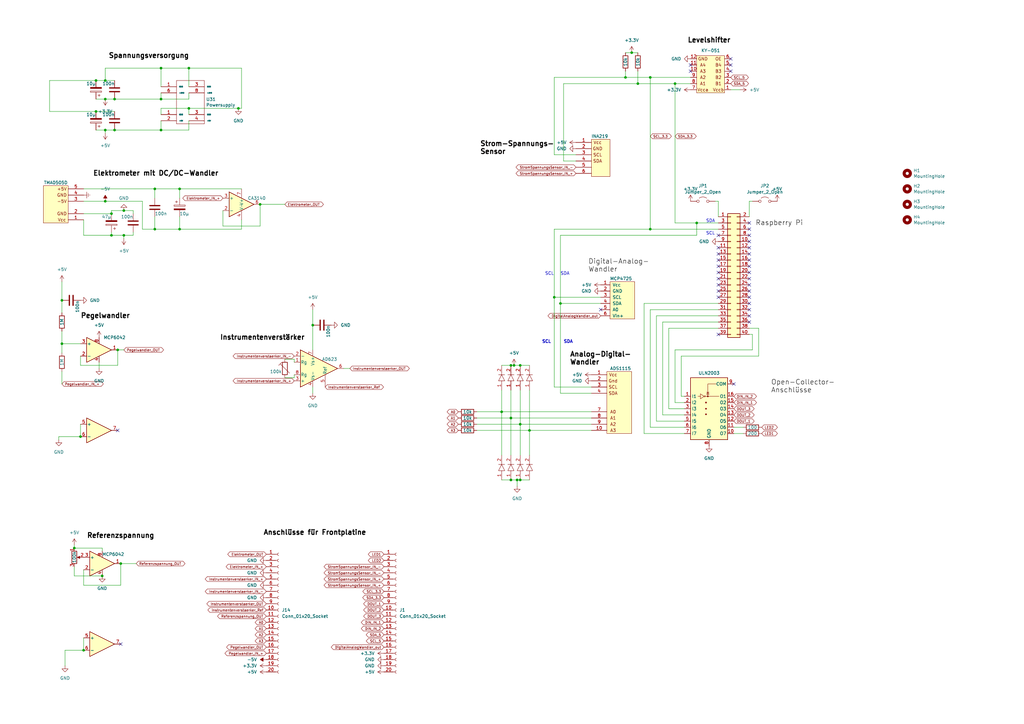
<source format=kicad_sch>
(kicad_sch (version 20250114) (generator "eeschema") (generator_version "9.0")
  (paper "A3")
  (title_block (title "Messplatine PhyPiDAQ") (date "2023-10-23, last rev. 05/15/25") (rev "0.7") (company "KIT- Karlsruher Institut für Technologie") (comment 1 "Institut für Experimentelle Teilchenphysik") (comment 2 "Steffen Gehlert,  G. Quast"))
  (text "Raspberry Pi" (at 309.88 92.71 0) (effects (font (size 2.0066 2.0066)) (justify left bottom)))
  (text "Anschlüsse für Frontplatine" (at 107.95 219.71 0) (effects (font (size 2.0066 2.0066) (thickness 0.4013) (bold yes)) (justify left bottom)))
  (text "Instrumentenverstärker" (at 90.17 139.7 0) (effects (font (size 2.0066 2.0066) (thickness 0.4013) (bold yes)) (justify left bottom)))
  (text "SDA\n" (at 229.87 113.03 0) (effects (font (size 1.27 1.27)) (justify left bottom)))
  (text "SDA\n" (at 289.56 91.44 0) (effects (font (size 1.27 1.27)) (justify left bottom)))
  (text "SCL" (at 289.56 96.52 0) (effects (font (size 1.27 1.27)) (justify left bottom)))
  (text "Strom-Spannungs-\nSensor" (at 196.85 63.5 0) (effects (font (size 2.0066 2.0066) (thickness 0.4013) (bold yes)) (justify left bottom)))
  (text "Referenzspannung" (at 35.56 220.98 0) (effects (font (size 2.0066 2.0066) (thickness 0.4013) (bold yes)) (justify left bottom)))
  (text "Levelshifter" (at 281.94 17.78 0) (effects (font (size 2.0066 2.0066) (thickness 0.4013) (bold yes)) (justify left bottom)))
  (text "Analog-Digital-\nWandler" (at 233.68 149.86 0) (effects (font (size 2.0066 2.0066) (thickness 0.4013) (bold yes)) (justify left bottom)))
  (text "Pegelwandler" (at 33.02 130.81 0) (effects (font (size 2.0066 2.0066) (thickness 0.4013) (bold yes)) (justify left bottom)))
  (text "SCL" (at 223.52 113.03 0) (effects (font (size 1.27 1.27)) (justify left bottom)))
  (text "SDA\n" (at 231.14 140.97 0) (effects (font (size 1.27 1.27) (thickness 0.254) (bold yes)) (justify left bottom)))
  (text "Elektrometer mit DC/DC-Wandler\n" (at 38.1 72.39 0) (effects (font (size 2.0066 2.0066) (thickness 0.4013) (bold yes)) (justify left bottom)))
  (text "Open-Collector-\nAnschlüsse" (at 316.23 161.29 0) (effects (font (size 2.0066 2.0066)) (justify left bottom)))
  (text "Digital-Analog-\nWandler" (at 241.3 111.76 0) (effects (font (size 2.0066 2.0066)) (justify left bottom)))
  (text "SCL" (at 222.25 140.97 0) (effects (font (size 1.27 1.27) (thickness 0.254) (bold yes)) (justify left bottom)))
  (text "Spannungsversorgung" (at 44.45 24.13 0) (effects (font (size 2.0066 2.0066) (thickness 0.4013) (bold yes)) (justify left bottom)))
  (junction (at 266.7 93.98))
  (junction (at 30.48 224.79))
  (junction (at 205.74 168.91))
  (junction (at 43.18 82.55))
  (junction (at 259.08 21.59))
  (junction (at 229.87 124.46))
  (junction (at 209.55 196.85))
  (junction (at 50.8 86.36))
  (junction (at 227.33 121.92))
  (junction (at 285.75 91.44))
  (junction (at 128.27 133.35))
  (junction (at 217.17 176.53))
  (junction (at 43.18 40.64))
  (junction (at 212.09 196.85))
  (junction (at 43.18 33.02))
  (junction (at 46.99 53.34))
  (junction (at 213.36 149.86))
  (junction (at 43.18 53.34))
  (junction (at 213.36 196.85))
  (junction (at 256.54 31.75))
  (junction (at 63.5 77.47))
  (junction (at 77.47 27.94))
  (junction (at 73.66 77.47))
  (junction (at 45.72 96.52))
  (junction (at 48.26 143.51))
  (junction (at 213.36 173.99))
  (junction (at 63.5 93.98))
  (junction (at 25.4 140.97))
  (junction (at 77.47 44.45))
  (junction (at 97.79 44.45))
  (junction (at 261.62 34.29))
  (junction (at 66.04 27.94))
  (junction (at 66.04 53.34))
  (junction (at 276.86 34.29))
  (junction (at 45.72 87.63))
  (junction (at 41.91 236.22))
  (junction (at 50.8 96.52))
  (junction (at 39.37 33.02))
  (junction (at 73.66 93.98))
  (junction (at 39.37 45.72))
  (junction (at 25.4 123.19))
  (junction (at 209.55 149.86))
  (junction (at 266.7 31.75))
  (junction (at 209.55 171.45))
  (junction (at 34.29 266.7))
  (junction (at 49.53 231.14))
  (junction (at 46.99 40.64))
  (junction (at 210.82 149.86))
  (junction (at 106.68 83.82))
  (junction (at 66.04 40.64))
  (junction (at 33.02 179.07))
  (no_connect (at 307.34 116.84))
  (no_connect (at 307.34 104.14))
  (no_connect (at 300.99 157.48))
  (no_connect (at 299.72 26.67))
  (no_connect (at 307.34 114.3))
  (no_connect (at 294.64 137.16))
  (no_connect (at 299.72 24.13))
  (no_connect (at 307.34 93.98))
  (no_connect (at 294.64 109.22))
  (no_connect (at 294.64 96.52))
  (no_connect (at 307.34 91.44))
  (no_connect (at 307.34 106.68))
  (no_connect (at 294.64 114.3))
  (no_connect (at 307.34 109.22))
  (no_connect (at 294.64 111.76))
  (no_connect (at 294.64 106.68))
  (no_connect (at 283.21 29.21))
  (no_connect (at 307.34 119.38))
  (no_connect (at 294.64 119.38))
  (no_connect (at 294.64 104.14))
  (no_connect (at 307.34 111.76))
  (no_connect (at 299.72 29.21))
  (no_connect (at 48.26 176.53))
  (no_connect (at 307.34 96.52))
  (no_connect (at 294.64 101.6))
  (no_connect (at 283.21 26.67))
  (no_connect (at 294.64 121.92))
  (no_connect (at 307.34 121.92))
  (no_connect (at 307.34 132.08))
  (no_connect (at 307.34 129.54))
  (no_connect (at 49.53 264.16))
  (no_connect (at 307.34 101.6))
  (no_connect (at 246.38 127))
  (no_connect (at 307.34 127))
  (no_connect (at 307.34 124.46))
  (no_connect (at 294.64 116.84))
  (no_connect (at 307.34 99.06))
  (wire (pts (xy 140.97 151.13) (xy 143.51 151.13)))
  (wire (pts (xy 276.86 165.1) (xy 280.67 165.1)))
  (wire (pts (xy 274.32 134.62) (xy 294.64 134.62)))
  (wire (pts (xy 308.61 137.16) (xy 308.61 143.51)))
  (wire (pts (xy 39.37 33.02) (xy 43.18 33.02)))
  (wire (pts (xy 213.36 173.99) (xy 213.36 160.02)))
  (wire (pts (xy 209.55 196.85) (xy 212.09 196.85)))
  (wire (pts (xy 40.64 151.13) (xy 40.64 148.59)))
  (wire (pts (xy 256.54 21.59) (xy 259.08 21.59)))
  (wire (pts (xy 229.87 161.29) (xy 242.57 161.29)))
  (wire (pts (xy 34.29 240.03) (xy 49.53 240.03)))
  (wire (pts (xy 229.87 124.46) (xy 246.38 124.46)))
  (wire (pts (xy 24.13 179.07) (xy 24.13 180.34)))
  (wire (pts (xy 33.02 140.97) (xy 25.4 140.97)))
  (wire (pts (xy 229.87 124.46) (xy 229.87 161.29)))
  (wire (pts (xy 45.72 87.63) (xy 45.72 86.36)))
  (wire (pts (xy 77.47 27.94) (xy 77.47 35.56)))
  (wire (pts (xy 120.65 147.32) (xy 120.65 148.59)))
  (wire (pts (xy 231.14 66.04) (xy 236.22 66.04)))
  (wire (pts (xy 25.4 144.78) (xy 25.4 140.97)))
  (wire (pts (xy 34.29 87.63) (xy 45.72 87.63)))
  (wire (pts (xy 120.65 154.94) (xy 120.65 153.67)))
  (wire (pts (xy 195.58 176.53) (xy 217.17 176.53)))
  (wire (pts (xy 50.8 96.52) (xy 54.61 96.52)))
  (wire (pts (xy 231.14 34.29) (xy 231.14 66.04)))
  (wire (pts (xy 256.54 31.75) (xy 266.7 31.75)))
  (wire (pts (xy 34.29 233.68) (xy 34.29 240.03)))
  (wire (pts (xy 276.86 34.29) (xy 276.86 91.44)))
  (wire (pts (xy 48.26 149.86) (xy 48.26 143.51)))
  (wire (pts (xy 213.36 173.99) (xy 242.57 173.99)))
  (wire (pts (xy 271.78 170.18) (xy 271.78 132.08)))
  (wire (pts (xy 274.32 167.64) (xy 280.67 167.64)))
  (wire (pts (xy 300.99 177.8) (xy 304.8 177.8)))
  (wire (pts (xy 266.7 93.98) (xy 294.64 93.98)))
  (wire (pts (xy 63.5 88.9) (xy 63.5 93.98)))
  (wire (pts (xy 73.66 77.47) (xy 99.06 77.47)))
  (wire (pts (xy 294.64 132.08) (xy 271.78 132.08)))
  (wire (pts (xy 269.24 129.54) (xy 269.24 172.72)))
  (wire (pts (xy 77.47 38.1) (xy 77.47 40.64)))
  (wire (pts (xy 66.04 46.99) (xy 66.04 44.45)))
  (wire (pts (xy 45.72 95.25) (xy 45.72 96.52)))
  (wire (pts (xy 195.58 168.91) (xy 205.74 168.91)))
  (wire (pts (xy 285.75 96.52) (xy 285.75 91.44)))
  (wire (pts (xy 34.29 82.55) (xy 43.18 82.55)))
  (wire (pts (xy 54.61 87.63) (xy 54.61 86.36)))
  (wire (pts (xy 280.67 172.72) (xy 269.24 172.72)))
  (wire (pts (xy 77.47 49.53) (xy 77.47 53.34)))
  (wire (pts (xy 128.27 133.35) (xy 128.27 143.51)))
  (wire (pts (xy 39.37 40.64) (xy 43.18 40.64)))
  (wire (pts (xy 73.66 77.47) (xy 73.66 81.28)))
  (wire (pts (xy 261.62 34.29) (xy 276.86 34.29)))
  (wire (pts (xy 116.84 154.94) (xy 120.65 154.94)))
  (wire (pts (xy 205.74 168.91) (xy 205.74 160.02)))
  (wire (pts (xy 50.8 86.36) (xy 54.61 86.36)))
  (wire (pts (xy 209.55 171.45) (xy 209.55 186.69)))
  (wire (pts (xy 25.4 140.97) (xy 25.4 135.89)))
  (wire (pts (xy 39.37 45.72) (xy 46.99 45.72)))
  (wire (pts (xy 50.8 96.52) (xy 45.72 96.52)))
  (wire (pts (xy 77.47 44.45) (xy 97.79 44.45)))
  (wire (pts (xy 43.18 53.34) (xy 43.18 54.61)))
  (wire (pts (xy 66.04 38.1) (xy 66.04 40.64)))
  (wire (pts (xy 128.27 127) (xy 128.27 133.35)))
  (wire (pts (xy 24.13 179.07) (xy 33.02 179.07)))
  (wire (pts (xy 213.36 149.86) (xy 217.17 149.86)))
  (wire (pts (xy 261.62 29.21) (xy 261.62 34.29)))
  (wire (pts (xy 41.91 236.22) (xy 30.48 236.22)))
  (wire (pts (xy 311.15 134.62) (xy 311.15 146.05)))
  (wire (pts (xy 46.99 40.64) (xy 66.04 40.64)))
  (wire (pts (xy 26.67 266.7) (xy 34.29 266.7)))
  (wire (pts (xy 236.22 63.5) (xy 227.33 63.5)))
  (wire (pts (xy 33.02 149.86) (xy 48.26 149.86)))
  (wire (pts (xy 63.5 77.47) (xy 63.5 81.28)))
  (wire (pts (xy 307.34 82.55) (xy 308.61 82.55)))
  (wire (pts (xy 300.99 175.26) (xy 304.8 175.26)))
  (wire (pts (xy 49.53 231.14) (xy 55.88 231.14)))
  (wire (pts (xy 63.5 77.47) (xy 73.66 77.47)))
  (wire (pts (xy 266.7 127) (xy 294.64 127)))
  (wire (pts (xy 276.86 34.29) (xy 283.21 34.29)))
  (wire (pts (xy 227.33 121.92) (xy 246.38 121.92)))
  (wire (pts (xy 195.58 173.99) (xy 213.36 173.99)))
  (wire (pts (xy 205.74 196.85) (xy 209.55 196.85)))
  (wire (pts (xy 205.74 149.86) (xy 209.55 149.86)))
  (wire (pts (xy 50.8 97.79) (xy 50.8 96.52)))
  (wire (pts (xy 212.09 196.85) (xy 213.36 196.85)))
  (wire (pts (xy 229.87 96.52) (xy 285.75 96.52)))
  (wire (pts (xy 227.33 31.75) (xy 227.33 63.5)))
  (wire (pts (xy 20.32 33.02) (xy 39.37 33.02)))
  (wire (pts (xy 45.72 86.36) (xy 50.8 86.36)))
  (wire (pts (xy 48.26 143.51) (xy 50.8 143.51)))
  (wire (pts (xy 227.33 93.98) (xy 266.7 93.98)))
  (wire (pts (xy 299.72 36.83) (xy 303.53 36.83)))
  (wire (pts (xy 209.55 171.45) (xy 242.57 171.45)))
  (wire (pts (xy 33.02 146.05) (xy 33.02 149.86)))
  (wire (pts (xy 259.08 21.59) (xy 261.62 21.59)))
  (wire (pts (xy 280.67 175.26) (xy 266.7 175.26)))
  (wire (pts (xy 106.68 92.71) (xy 91.44 92.71)))
  (wire (pts (xy 33.02 173.99) (xy 33.02 179.07)))
  (wire (pts (xy 205.74 168.91) (xy 242.57 168.91)))
  (wire (pts (xy 49.53 231.14) (xy 49.53 240.03)))
  (wire (pts (xy 30.48 223.52) (xy 30.48 224.79)))
  (wire (pts (xy 209.55 171.45) (xy 209.55 160.02)))
  (wire (pts (xy 73.66 93.98) (xy 99.06 93.98)))
  (wire (pts (xy 54.61 95.25) (xy 54.61 96.52)))
  (wire (pts (xy 66.04 27.94) (xy 77.47 27.94)))
  (wire (pts (xy 43.18 33.02) (xy 43.18 27.94)))
  (wire (pts (xy 294.64 91.44) (xy 285.75 91.44)))
  (wire (pts (xy 307.34 82.55) (xy 307.34 88.9)))
  (wire (pts (xy 25.4 123.19) (xy 25.4 128.27)))
  (wire (pts (xy 227.33 93.98) (xy 227.33 121.92)))
  (wire (pts (xy 213.36 173.99) (xy 213.36 186.69)))
  (wire (pts (xy 227.33 158.75) (xy 227.33 121.92)))
  (wire (pts (xy 39.37 53.34) (xy 43.18 53.34)))
  (wire (pts (xy 217.17 176.53) (xy 217.17 160.02)))
  (wire (pts (xy 77.47 40.64) (xy 66.04 40.64)))
  (wire (pts (xy 271.78 170.18) (xy 280.67 170.18)))
  (wire (pts (xy 264.16 124.46) (xy 294.64 124.46)))
  (wire (pts (xy 266.7 31.75) (xy 283.21 31.75)))
  (wire (pts (xy 66.04 44.45) (xy 77.47 44.45)))
  (wire (pts (xy 227.33 31.75) (xy 256.54 31.75)))
  (wire (pts (xy 213.36 196.85) (xy 217.17 196.85)))
  (wire (pts (xy 279.4 146.05) (xy 279.4 162.56)))
  (wire (pts (xy 311.15 146.05) (xy 279.4 146.05)))
  (wire (pts (xy 30.48 224.79) (xy 41.91 224.79)))
  (wire (pts (xy 20.32 33.02) (xy 20.32 45.72)))
  (wire (pts (xy 99.06 27.94) (xy 99.06 44.45)))
  (wire (pts (xy 99.06 90.17) (xy 99.06 93.98)))
  (wire (pts (xy 106.68 83.82) (xy 106.68 92.71)))
  (wire (pts (xy 280.67 177.8) (xy 264.16 177.8)))
  (wire (pts (xy 34.29 90.17) (xy 34.29 96.52)))
  (wire (pts (xy 58.42 82.55) (xy 58.42 93.98)))
  (wire (pts (xy 97.79 44.45) (xy 99.06 44.45)))
  (wire (pts (xy 227.33 158.75) (xy 242.57 158.75)))
  (wire (pts (xy 279.4 162.56) (xy 280.67 162.56)))
  (wire (pts (xy 307.34 134.62) (xy 311.15 134.62)))
  (wire (pts (xy 217.17 176.53) (xy 242.57 176.53)))
  (wire (pts (xy 77.47 44.45) (xy 77.47 46.99)))
  (wire (pts (xy 43.18 33.02) (xy 46.99 33.02)))
  (wire (pts (xy 63.5 93.98) (xy 73.66 93.98)))
  (wire (pts (xy 212.09 199.39) (xy 212.09 196.85)))
  (wire (pts (xy 256.54 29.21) (xy 256.54 31.75)))
  (wire (pts (xy 294.64 82.55) (xy 293.37 82.55)))
  (wire (pts (xy 43.18 82.55) (xy 58.42 82.55)))
  (wire (pts (xy 58.42 93.98) (xy 63.5 93.98)))
  (wire (pts (xy 20.32 45.72) (xy 39.37 45.72)))
  (wire (pts (xy 43.18 53.34) (xy 46.99 53.34)))
  (wire (pts (xy 276.86 143.51) (xy 276.86 165.1)))
  (wire (pts (xy 46.99 53.34) (xy 66.04 53.34)))
  (wire (pts (xy 308.61 143.51) (xy 276.86 143.51)))
  (wire (pts (xy 26.67 273.05) (xy 26.67 266.7)))
  (wire (pts (xy 307.34 137.16) (xy 308.61 137.16)))
  (wire (pts (xy 210.82 149.86) (xy 213.36 149.86)))
  (wire (pts (xy 66.04 49.53) (xy 66.04 53.34)))
  (wire (pts (xy 264.16 177.8) (xy 264.16 124.46)))
  (wire (pts (xy 34.29 77.47) (xy 63.5 77.47)))
  (wire (pts (xy 269.24 129.54) (xy 294.64 129.54)))
  (wire (pts (xy 229.87 96.52) (xy 229.87 124.46)))
  (wire (pts (xy 34.29 96.52) (xy 45.72 96.52)))
  (wire (pts (xy 25.4 115.57) (xy 25.4 123.19)))
  (wire (pts (xy 294.64 88.9) (xy 294.64 82.55)))
  (wire (pts (xy 43.18 40.64) (xy 46.99 40.64)))
  (wire (pts (xy 25.4 152.4) (xy 25.4 157.48)))
  (wire (pts (xy 77.47 53.34) (xy 66.04 53.34)))
  (wire (pts (xy 266.7 31.75) (xy 266.7 93.98)))
  (wire (pts (xy 276.86 91.44) (xy 285.75 91.44)))
  (wire (pts (xy 73.66 88.9) (xy 73.66 93.98)))
  (wire (pts (xy 41.91 224.79) (xy 41.91 226.06)))
  (wire (pts (xy 128.27 158.75) (xy 128.27 161.29)))
  (wire (pts (xy 43.18 27.94) (xy 66.04 27.94)))
  (wire (pts (xy 195.58 171.45) (xy 209.55 171.45)))
  (wire (pts (xy 266.7 127) (xy 266.7 175.26)))
  (wire (pts (xy 116.84 147.32) (xy 120.65 147.32)))
  (wire (pts (xy 209.55 149.86) (xy 210.82 149.86)))
  (wire (pts (xy 34.29 261.62) (xy 34.29 266.7)))
  (wire (pts (xy 77.47 27.94) (xy 99.06 27.94)))
  (wire (pts (xy 231.14 34.29) (xy 261.62 34.29)))
  (wire (pts (xy 205.74 168.91) (xy 205.74 186.69)))
  (wire (pts (xy 217.17 176.53) (xy 217.17 186.69)))
  (wire (pts (xy 66.04 35.56) (xy 66.04 27.94)))
  (wire (pts (xy 91.44 86.36) (xy 91.44 92.71)))
  (wire (pts (xy 106.68 83.82) (xy 116.84 83.82)))
  (wire (pts (xy 274.32 167.64) (xy 274.32 134.62)))
  (wire (pts (xy 30.48 236.22) (xy 30.48 232.41)))
  (global_label "Instrumentenverstaerker_OUT" (shape bidirectional) (at 109.22 247.65 180) (effects (font (size 1 1))) (property "Intersheetrefs" "${INTERSHEET_REFS}" (effects (hide yes))))
  (global_label "A1" (shape bidirectional) (at 109.22 257.81 180) (effects (font (size 1 1))) (property "Intersheetrefs" "${INTERSHEET_REFS}" (effects (hide yes))))
  (global_label "StromSpannungsSensor_IN_+" (shape bidirectional) (at 157.48 237.49 180) (effects (font (size 1 1))) (property "Intersheetrefs" "${INTERSHEET_REFS}" (effects (hide yes))))
  (global_label "Pegelwandler_OUT" (shape bidirectional) (at 109.22 265.43 180) (effects (font (size 1 1))) (property "Intersheetrefs" "${INTERSHEET_REFS}" (effects (hide yes))))
  (global_label "SCL_5" (shape bidirectional) (at 299.72 31.75 0) (effects (font (size 1 1))) (property "Intersheetrefs" "${INTERSHEET_REFS}" (effects (hide yes))))
  (global_label "Instrumentenverstaerker_IN_-" (shape bidirectional) (at 109.22 242.57 180) (effects (font (size 1 1))) (property "Intersheetrefs" "${INTERSHEET_REFS}" (effects (hide yes))))
  (global_label "Instrumentenverstaerker_Ref" (shape bidirectional) (at 109.22 250.19 180) (effects (font (size 1 1))) (property "Intersheetrefs" "${INTERSHEET_REFS}" (effects (hide yes))))
  (global_label "StromSpannungsSensor_IN_+" (shape bidirectional) (at 236.22 71.12 180) (effects (font (size 1 1))) (property "Intersheetrefs" "${INTERSHEET_REFS}" (effects (hide yes))))
  (global_label "A2" (shape bidirectional) (at 187.96 173.99 180) (effects (font (size 1 1))) (property "Intersheetrefs" "${INTERSHEET_REFS}" (effects (hide yes))))
  (global_label "DIN_IN_2" (shape bidirectional) (at 157.48 257.81 180) (effects (font (size 1 1))) (property "Intersheetrefs" "${INTERSHEET_REFS}" (effects (hide yes))))
  (global_label "LED2" (shape bidirectional) (at 312.42 175.26 0) (effects (font (size 1 1))) (property "Intersheetrefs" "${INTERSHEET_REFS}" (effects (hide yes))))
  (global_label "SCL_5" (shape bidirectional) (at 157.48 262.89 180) (effects (font (size 1 1))) (property "Intersheetrefs" "${INTERSHEET_REFS}" (effects (hide yes))))
  (global_label "SDA_3.3" (shape bidirectional) (at 157.48 245.11 180) (effects (font (size 1 1))) (property "Intersheetrefs" "${INTERSHEET_REFS}" (effects (hide yes))))
  (global_label "A3" (shape bidirectional) (at 187.96 176.53 180) (effects (font (size 1 1))) (property "Intersheetrefs" "${INTERSHEET_REFS}" (effects (hide yes))))
  (global_label "StromSpannungsSensor_IN_+" (shape bidirectional) (at 157.48 240.03 180) (effects (font (size 1 1))) (property "Intersheetrefs" "${INTERSHEET_REFS}" (effects (hide yes))))
  (global_label "SCL_3.3" (shape bidirectional) (at 157.48 242.57 180) (effects (font (size 1 1))) (property "Intersheetrefs" "${INTERSHEET_REFS}" (effects (hide yes))))
  (global_label "DigitalAnalogWandler_out" (shape bidirectional) (at 246.38 129.54 180) (effects (font (size 1 1))) (property "Intersheetrefs" "${INTERSHEET_REFS}" (effects (hide yes))))
  (global_label "Elektrometer_OUT" (shape bidirectional) (at 109.22 227.33 180) (effects (font (size 1 1))) (property "Intersheetrefs" "${INTERSHEET_REFS}" (effects (hide yes))))
  (global_label "StromSpannungsSensor_IN_-" (shape bidirectional) (at 157.48 232.41 180) (effects (font (size 1 1))) (property "Intersheetrefs" "${INTERSHEET_REFS}" (effects (hide yes))))
  (global_label "DOUT_2" (shape bidirectional) (at 300.99 170.18 0) (effects (font (size 1 1))) (property "Intersheetrefs" "${INTERSHEET_REFS}" (effects (hide yes))))
  (global_label "Pegelwandler_IN_+" (shape bidirectional) (at 25.4 157.48 0) (effects (font (size 1 1))) (property "Intersheetrefs" "${INTERSHEET_REFS}" (effects (hide yes))))
  (global_label "Elektrometer_IN_+" (shape bidirectional) (at 109.22 232.41 180) (effects (font (size 1 1))) (property "Intersheetrefs" "${INTERSHEET_REFS}" (effects (hide yes))))
  (global_label "Elektrometer_IN_+" (shape bidirectional) (at 91.44 81.28 180) (effects (font (size 1 1))) (property "Intersheetrefs" "${INTERSHEET_REFS}" (effects (hide yes))))
  (global_label "Instrumentenverstaerker_IN_+" (shape bidirectional) (at 120.65 156.21 180) (effects (font (size 1 1))) (property "Intersheetrefs" "${INTERSHEET_REFS}" (effects (hide yes))))
  (global_label "Pegelwandler_IN_+" (shape bidirectional) (at 109.22 267.97 180) (effects (font (size 1 1))) (property "Intersheetrefs" "${INTERSHEET_REFS}" (effects (hide yes))))
  (global_label "LED2" (shape bidirectional) (at 157.48 229.87 180) (effects (font (size 1 1))) (property "Intersheetrefs" "${INTERSHEET_REFS}" (effects (hide yes))))
  (global_label "DOUT_2" (shape bidirectional) (at 157.48 250.19 180) (effects (font (size 1 1))) (property "Intersheetrefs" "${INTERSHEET_REFS}" (effects (hide yes))))
  (global_label "Pegelwandler_OUT" (shape bidirectional) (at 50.8 143.51 0) (effects (font (size 1 1))) (property "Intersheetrefs" "${INTERSHEET_REFS}" (effects (hide yes))))
  (global_label "A0" (shape bidirectional) (at 109.22 255.27 180) (effects (font (size 1 1))) (property "Intersheetrefs" "${INTERSHEET_REFS}" (effects (hide yes))))
  (global_label "LED1" (shape bidirectional) (at 312.42 177.8 0) (effects (font (size 1 1))) (property "Intersheetrefs" "${INTERSHEET_REFS}" (effects (hide yes))))
  (global_label "DOUT_1" (shape bidirectional) (at 300.99 172.72 0) (effects (font (size 1 1))) (property "Intersheetrefs" "${INTERSHEET_REFS}" (effects (hide yes))))
  (global_label "DOUT_1" (shape bidirectional) (at 157.48 247.65 180) (effects (font (size 1 1))) (property "Intersheetrefs" "${INTERSHEET_REFS}" (effects (hide yes))))
  (global_label "DOUT_3" (shape bidirectional) (at 300.99 167.64 0) (effects (font (size 1 1))) (property "Intersheetrefs" "${INTERSHEET_REFS}" (effects (hide yes))))
  (global_label "DigitalAnalogWandler_out" (shape bidirectional) (at 157.48 265.43 180) (effects (font (size 1 1))) (property "Intersheetrefs" "${INTERSHEET_REFS}" (effects (hide yes))))
  (global_label "Instrumentenverstaerker_IN_-" (shape bidirectional) (at 120.65 146.05 180) (effects (font (size 1 1))) (property "Intersheetrefs" "${INTERSHEET_REFS}" (effects (hide yes))))
  (global_label "SCL_3.3" (shape bidirectional) (at 266.7 55.88 0) (effects (font (size 1 1))) (property "Intersheetrefs" "${INTERSHEET_REFS}" (effects (hide yes))))
  (global_label "A2" (shape bidirectional) (at 109.22 260.35 180) (effects (font (size 1 1))) (property "Intersheetrefs" "${INTERSHEET_REFS}" (effects (hide yes))))
  (global_label "DIN_IN_1" (shape bidirectional) (at 157.48 255.27 180) (effects (font (size 1 1))) (property "Intersheetrefs" "${INTERSHEET_REFS}" (effects (hide yes))))
  (global_label "Instrumentenverstaerker_Ref" (shape bidirectional) (at 133.35 158.75 0) (effects (font (size 1 1))) (property "Intersheetrefs" "${INTERSHEET_REFS}" (effects (hide yes))))
  (global_label "Instrumentenverstaerker_IN_+" (shape bidirectional) (at 109.22 237.49 180) (effects (font (size 1 1))) (property "Intersheetrefs" "${INTERSHEET_REFS}" (effects (hide yes))))
  (global_label "DIN_IN_2" (shape bidirectional) (at 300.99 162.56 0) (effects (font (size 1 1))) (property "Intersheetrefs" "${INTERSHEET_REFS}" (effects (hide yes))))
  (global_label "StromSpannungsSensor_IN_-" (shape bidirectional) (at 236.22 68.58 180) (effects (font (size 1 1))) (property "Intersheetrefs" "${INTERSHEET_REFS}" (effects (hide yes))))
  (global_label "Referenzspannung_OUT" (shape bidirectional) (at 109.22 252.73 180) (effects (font (size 1 1))) (property "Intersheetrefs" "${INTERSHEET_REFS}" (effects (hide yes))))
  (global_label "A0" (shape bidirectional) (at 187.96 168.91 180) (effects (font (size 1 1))) (property "Intersheetrefs" "${INTERSHEET_REFS}" (effects (hide yes))))
  (global_label "SDA_5" (shape bidirectional) (at 299.72 34.29 0) (effects (font (size 1 1))) (property "Intersheetrefs" "${INTERSHEET_REFS}" (effects (hide yes))))
  (global_label "StromSpannungsSensor_IN_-" (shape bidirectional) (at 157.48 234.95 180) (effects (font (size 1 1))) (property "Intersheetrefs" "${INTERSHEET_REFS}" (effects (hide yes))))
  (global_label "A3" (shape bidirectional) (at 109.22 262.89 180) (effects (font (size 1 1))) (property "Intersheetrefs" "${INTERSHEET_REFS}" (effects (hide yes))))
  (global_label "LED1" (shape bidirectional) (at 157.48 227.33 180) (effects (font (size 1 1))) (property "Intersheetrefs" "${INTERSHEET_REFS}" (effects (hide yes))))
  (global_label "Instrumentenverstaerker_OUT" (shape bidirectional) (at 143.51 151.13 0) (effects (font (size 1 1))) (property "Intersheetrefs" "${INTERSHEET_REFS}" (effects (hide yes))))
  (global_label "DOUT_3" (shape bidirectional) (at 157.48 252.73 180) (effects (font (size 1 1))) (property "Intersheetrefs" "${INTERSHEET_REFS}" (effects (hide yes))))
  (global_label "Referenzspannung_OUT" (shape bidirectional) (at 55.88 231.14 0) (effects (font (size 1 1))) (property "Intersheetrefs" "${INTERSHEET_REFS}" (effects (hide yes))))
  (global_label "A1" (shape bidirectional) (at 187.96 171.45 180) (effects (font (size 1 1))) (property "Intersheetrefs" "${INTERSHEET_REFS}" (effects (hide yes))))
  (global_label "Elektrometer_OUT" (shape bidirectional) (at 116.84 83.82 0) (effects (font (size 1 1))) (property "Intersheetrefs" "${INTERSHEET_REFS}" (effects (hide yes))))
  (global_label "DIN_IN_1" (shape bidirectional) (at 300.99 165.1 0) (effects (font (size 1 1))) (property "Intersheetrefs" "${INTERSHEET_REFS}" (effects (hide yes))))
  (global_label "SDA_5" (shape bidirectional) (at 157.48 260.35 180) (effects (font (size 1 1))) (property "Intersheetrefs" "${INTERSHEET_REFS}" (effects (hide yes))))
  (global_label "SDA_3.3" (shape bidirectional) (at 276.86 55.88 0) (effects (font (size 1 1))) (property "Intersheetrefs" "${INTERSHEET_REFS}" (effects (hide yes))))
  (symbol (lib_id "Amplifier_Instrumentation:AD623") (at 130.81 151.13 0) (unit 1)
    (property "Reference" "U5" (effects (hide yes)))
    (property "Value" "AD623" (at 132.08 147.32 0) (effects (justify left)))
    (property "Footprint" "LibraryPhyPiDAQ:AD623" (effects (hide yes)))
    (property "Datasheet" "https://www.analog.com/media/en/technical-documentation/data-sheets/AD623.pdf" (effects (hide yes)))
  )
  (symbol (lib_id "Messplatine-rescue:CA3140-Amplifier_Operational") (at 99.06 83.82 0) (unit 1)
    (property "Reference" "U4" (effects (hide yes)))
    (property "Value" "CA3140" (at 101.6 81.28 0) (effects (justify left)))
    (property "Footprint" "LibraryPhyPiDAQ:CA3140" (effects (hide yes)))
    (property "Datasheet" "http://www.intersil.com/content/dam/intersil/documents/ca31/ca3140-a.pdf" (effects (hide yes)))
  )
  (symbol (lib_id "Transistor_Array:ULN2003") (at 290.83 167.64 0) (unit 1)
    (property "Reference" "U11" (effects (hide yes)))
    (property "Value" "ULN2003" (at 290.83 153.0096 0))
    (property "Footprint" "LibraryPhyPiDAQ:ULN2003" (effects (hide yes)))
    (property "Datasheet" "http://www.ti.com/lit/ds/symlink/uln2003a.pdf" (effects (hide yes)))
  )
  (symbol (lib_id "Messplatine-rescue:C-Device") (at 63.5 85.09 0) (unit 1)
    (property "Reference" "C9" (effects (hide yes)))
    (property "Value" "100n" (at 63.5 87.63 0) (effects (justify left)))
    (property "Footprint" "LibraryPhyPiDAQ:kerko" (effects (hide yes)))
  )
  (symbol (lib_id "Messplatine-rescue:CP-Device") (at 73.66 85.09 0) (unit 1)
    (property "Reference" "C10" (effects (hide yes)))
    (property "Value" "10µ" (at 73.66 87.63 0) (effects (justify left)))
    (property "Footprint" "LibraryPhyPiDAQ:elko" (effects (hide yes)))
  )
  (symbol (lib_id "Messplatine-rescue:C-Device") (at 29.21 123.19 90) (unit 1)
    (property "Reference" "C2" (effects (hide yes)))
    (property "Value" "100n" (at 31.75 128.27 0) (effects (justify left)))
    (property "Footprint" "LibraryPhyPiDAQ:kerko" (effects (hide yes)))
  )
  (symbol (lib_id "Messplatine-rescue:C-Device") (at 132.08 133.35 90) (unit 1)
    (property "Reference" "C11" (effects (hide yes)))
    (property "Value" "100n" (at 134.62 138.43 0) (effects (justify left)))
    (property "Footprint" "LibraryPhyPiDAQ:kerko" (effects (hide yes)))
  )
  (symbol (lib_id "Messplatine-rescue:RTRIM-Device") (at 116.84 151.13 0) (mirror y) (unit 1)
    (property "Reference" "R3" (effects (hide yes)))
    (property "Value" "100k" (at 115.57 152.4 0) (effects (justify left)))
    (property "Footprint" "LibraryPhyPiDAQ:Poti" (effects (hide yes)))
  )
  (symbol (lib_id "Device:R") (at 25.4 132.08 0) (mirror y) (unit 1)
    (property "Reference" "R1" (effects (hide yes)))
    (property "Value" "1M" (at 25.4 132.08 90))
    (property "Footprint" "LibraryPhyPiDAQ:Resistor" (effects (hide yes)))
  )
  (symbol (lib_id "Messplatine-rescue:Earth-power") (at 34.29 80.01 90) (unit 1)
    (property "Reference" "#PWR010" (effects (hide yes)))
    (property "Value" "Earth" (effects (hide yes)))
  )
  (symbol (lib_id "Device:R") (at 25.4 148.59 0) (mirror y) (unit 1)
    (property "Reference" "R2" (effects (hide yes)))
    (property "Value" "1M" (at 25.4 148.59 90))
    (property "Footprint" "LibraryPhyPiDAQ:Resistor" (effects (hide yes)))
  )
  (symbol (lib_id "Messplatine-rescue:R_POT-Device") (at 30.48 228.6 0) (unit 1)
    (property "Reference" "RV1" (effects (hide yes)))
    (property "Value" "100k" (at 30.48 226.06 90) (effects (justify right)))
    (property "Footprint" "LibraryPhyPiDAQ:Poti" (effects (hide yes)))
  )
  (symbol (lib_id "Messplatine-rescue:Conn_02x20_Odd_Even-Connector_Generic") (at 299.72 111.76 0) (unit 1)
    (property "Reference" "J26" (effects (hide yes)))
    (property "Value" "Conn_02x20_Odd_Even" (effects (hide yes)))
    (property "Footprint" "LibraryPhyPiDAQ:40pin" (effects (hide yes)))
  )
  (symbol (lib_id "Messplatine-rescue:C-Device") (at 54.61 91.44 180) (unit 1)
    (property "Reference" "C1" (effects (hide yes)))
    (property "Value" "100n" (at 54.61 88.9 0) (effects (justify left)))
    (property "Footprint" "LibraryPhyPiDAQ:kerko" (effects (hide yes)))
  )
  (symbol (lib_id "Messplatine-rescue:CP-Device") (at 45.72 91.44 180) (unit 1)
    (property "Reference" "C3" (effects (hide yes)))
    (property "Value" "47µ" (at 45.72 88.9 0) (effects (justify left)))
    (property "Footprint" "LibraryPhyPiDAQ:elko" (effects (hide yes)))
  )
  (symbol (lib_id "Device:R") (at 261.62 25.4 0) (mirror y) (unit 1)
    (property "Reference" "R8" (effects (hide yes)))
    (property "Value" "10k" (at 261.62 25.4 90))
    (property "Footprint" "LibraryPhyPiDAQ:Resistor" (effects (hide yes)))
  )
  (symbol (lib_id "Device:R") (at 256.54 25.4 0) (mirror y) (unit 1)
    (property "Reference" "R9" (effects (hide yes)))
    (property "Value" "10k" (at 256.54 25.4 90))
    (property "Footprint" "LibraryPhyPiDAQ:Resistor" (effects (hide yes)))
  )
  (symbol (lib_id "Messplatine-rescue:CP-Device") (at 39.37 36.83 180) (unit 1)
    (property "Reference" "C5" (effects (hide yes)))
    (property "Value" "10µ" (at 39.37 34.29 0) (effects (justify left)))
    (property "Footprint" "LibraryPhyPiDAQ:elko" (effects (hide yes)))
  )
  (symbol (lib_id "Messplatine-rescue:C-Device") (at 46.99 36.83 180) (unit 1)
    (property "Reference" "C7" (effects (hide yes)))
    (property "Value" "100n" (at 46.99 34.29 0) (effects (justify left)))
    (property "Footprint" "LibraryPhyPiDAQ:kerko" (effects (hide yes)))
  )
  (symbol (lib_id "Messplatine-rescue:CP-Device") (at 39.37 49.53 180) (unit 1)
    (property "Reference" "C6" (effects (hide yes)))
    (property "Value" "10µ" (at 39.37 46.99 0) (effects (justify left)))
    (property "Footprint" "LibraryPhyPiDAQ:elko" (effects (hide yes)))
  )
  (symbol (lib_id "Messplatine-rescue:C-Device") (at 46.99 49.53 180) (unit 1)
    (property "Reference" "C8" (effects (hide yes)))
    (property "Value" "100n" (at 46.99 46.99 0) (effects (justify left)))
    (property "Footprint" "LibraryPhyPiDAQ:kerko" (effects (hide yes)))
  )
  (symbol (lib_id "Messplatine-rescue:KY-051-0_MySymbols") (at 290.83 17.78 0) (unit 1)
    (property "Reference" "U10" (effects (hide yes)))
    (property "Value" "KY-051" (at 291.465 20.7264 0))
    (property "Footprint" "LibraryPhyPiDAQ:KY-051" (effects (hide yes)))
  )
  (symbol (lib_id "Messplatine-rescue:MCP6042-Amplifier_Operational") (at 41.91 231.14 0) (unit 1)
    (property "Reference" "U7" (effects (hide yes)))
    (property "Value" "MCP6042" (at 41.91 227.33 0) (effects (justify left)))
    (property "Footprint" "LibraryPhyPiDAQ:MCP6042" (effects (hide yes)))
    (property "Datasheet" "http://ww1.microchip.com/downloads/en/DeviceDoc/21314g.pdf" (effects (hide yes)))
  )
  (symbol (lib_id "Messplatine-rescue:TMA0505D-Power_Management") (at 39.37 69.85 0) (unit 1)
    (property "Reference" "U3" (effects (hide yes)))
    (property "Value" "TMA0505D" (at 22.86 74.93 0))
    (property "Footprint" "LibraryPhyPiDAQ:TMA0505D" (effects (hide yes)))
  )
  (symbol (lib_id "Messplatine-rescue:DIODE_small-pspice") (at 205.74 154.94 90) (unit 1)
    (property "Reference" "D1" (effects (hide yes)))
    (property "Value" "DIODE_small" (effects (hide yes)))
    (property "Footprint" "LibraryPhyPiDAQ:Diode" (effects (hide yes)))
  )
  (symbol (lib_id "Messplatine-rescue:ADS1115-Analog_ADC") (at 254 148.59 0) (unit 1)
    (property "Reference" "U8" (effects (hide yes)))
    (property "Value" "ADS1115" (at 250.19 151.13 0) (effects (justify left)))
    (property "Footprint" "LibraryPhyPiDAQ:ADS1115" (effects (hide yes)))
  )
  (symbol (lib_id "Messplatine-rescue:DIODE_small-pspice") (at 209.55 154.94 90) (unit 1)
    (property "Reference" "D3" (effects (hide yes)))
    (property "Value" "DIODE_small" (effects (hide yes)))
    (property "Footprint" "LibraryPhyPiDAQ:Diode" (effects (hide yes)))
  )
  (symbol (lib_id "Messplatine-rescue:DIODE_small-pspice") (at 213.36 154.94 90) (unit 1)
    (property "Reference" "D5" (effects (hide yes)))
    (property "Value" "DIODE_small" (effects (hide yes)))
    (property "Footprint" "LibraryPhyPiDAQ:Diode" (effects (hide yes)))
  )
  (symbol (lib_id "Messplatine-rescue:DIODE_small-pspice") (at 217.17 154.94 90) (unit 1)
    (property "Reference" "D7" (effects (hide yes)))
    (property "Value" "DIODE_small" (effects (hide yes)))
    (property "Footprint" "LibraryPhyPiDAQ:Diode" (effects (hide yes)))
  )
  (symbol (lib_id "Messplatine-rescue:DIODE_small-pspice") (at 205.74 191.77 90) (unit 1)
    (property "Reference" "D2" (effects (hide yes)))
    (property "Value" "DIODE_small" (effects (hide yes)))
    (property "Footprint" "LibraryPhyPiDAQ:Diode" (effects (hide yes)))
  )
  (symbol (lib_id "Messplatine-rescue:DIODE_small-pspice") (at 209.55 191.77 90) (unit 1)
    (property "Reference" "D4" (effects (hide yes)))
    (property "Value" "DIODE_small" (effects (hide yes)))
    (property "Footprint" "LibraryPhyPiDAQ:Diode" (effects (hide yes)))
  )
  (symbol (lib_id "Messplatine-rescue:DIODE_small-pspice") (at 213.36 191.77 90) (unit 1)
    (property "Reference" "D6" (effects (hide yes)))
    (property "Value" "DIODE_small" (effects (hide yes)))
    (property "Footprint" "LibraryPhyPiDAQ:Diode" (effects (hide yes)))
  )
  (symbol (lib_id "Messplatine-rescue:DIODE_small-pspice") (at 217.17 191.77 90) (unit 1)
    (property "Reference" "D8" (effects (hide yes)))
    (property "Value" "DIODE_small" (effects (hide yes)))
    (property "Footprint" "LibraryPhyPiDAQ:Diode" (effects (hide yes)))
  )
  (symbol (lib_id "Messplatine-rescue:INA219-Analog_ADC") (at 246.38 53.34 0) (unit 1)
    (property "Reference" "U6" (effects (hide yes)))
    (property "Value" "INA219" (at 242.57 55.88 0) (effects (justify left)))
    (property "Footprint" "LibraryPhyPiDAQ:INA219" (effects (hide yes)))
  )
  (symbol (lib_id "Messplatine-rescue:MCP4725_b-0_MySymbols") (at 257.81 110.49 0) (unit 1)
    (property "Reference" "U9" (effects (hide yes)))
    (property "Value" "MCP4725" (at 250.19 114.3 0) (effects (justify left)))
    (property "Footprint" "LibraryPhyPiDAQ:MCP4725" (effects (hide yes)))
  )
  (symbol (lib_id "Device:R") (at 191.77 168.91 270) (mirror x) (unit 1)
    (property "Reference" "R4" (effects (hide yes)))
    (property "Value" "10k" (at 191.77 171.45 90))
    (property "Footprint" "LibraryPhyPiDAQ:Resistor" (effects (hide yes)))
  )
  (symbol (lib_id "Device:R") (at 191.77 171.45 270) (unit 1)
    (property "Reference" "R5" (effects (hide yes)))
    (property "Value" "10k" (at 191.77 168.91 90))
    (property "Footprint" "LibraryPhyPiDAQ:Resistor" (effects (hide yes)))
  )
  (symbol (lib_id "Device:R") (at 191.77 173.99 270) (mirror x) (unit 1)
    (property "Reference" "R6" (effects (hide yes)))
    (property "Value" "10k" (at 191.77 176.53 90))
    (property "Footprint" "LibraryPhyPiDAQ:Resistor" (effects (hide yes)))
  )
  (symbol (lib_id "Device:R") (at 191.77 176.53 270) (unit 1)
    (property "Reference" "R7" (effects (hide yes)))
    (property "Value" "10k" (at 191.77 173.99 90))
    (property "Footprint" "LibraryPhyPiDAQ:Resistor" (effects (hide yes)))
  )
  (symbol (lib_id "Device:R") (at 308.61 177.8 270) (unit 1)
    (property "Reference" "R11" (effects (hide yes)))
    (property "Value" "200" (at 308.61 177.8 90))
    (property "Footprint" "LibraryPhyPiDAQ:Resistor" (effects (hide yes)))
  )
  (symbol (lib_id "Device:R") (at 308.61 175.26 270) (unit 1)
    (property "Reference" "R10" (effects (hide yes)))
    (property "Value" "100" (at 308.61 175.26 90))
    (property "Footprint" "LibraryPhyPiDAQ:Resistor" (effects (hide yes)))
  )
  (symbol (lib_id "Messplatine-rescue:Powersupply-Power_Management") (at 58.42 31.75 0) (unit 1)
    (property "Reference" "U31" (at 84.5312 40.7416 0) (effects (justify left)))
    (property "Value" "Powersupply" (at 84.5312 43.053 0) (effects (justify left)))
    (property "Footprint" "LibraryPhyPiDAQ:powersupply" (effects (hide yes)))
  )
  (symbol (lib_id "Messplatine-rescue:MCP6042-Amplifier_Operational") (at 40.64 143.51 0) (unit 1)
    (property "Reference" "U1" (effects (hide yes)))
    (property "Value" "MCP6042" (at 46.99 138.43 0))
    (property "Footprint" "LibraryPhyPiDAQ:MCP6042" (effects (hide yes)))
    (property "Datasheet" "http://www.ti.com/lit/ds/symlink/lm2902-n.pdf" (effects (hide yes)))
  )
  (symbol (lib_id "Mechanical:MountingHole") (at 372.11 71.12 0) (unit 1)
    (property "Reference" "H1" (at 374.65 69.9516 0) (effects (justify left)))
    (property "Value" "MountingHole" (at 374.65 72.263 0) (effects (justify left)))
    (property "Footprint" "MountingHole:MountingHole_3.2mm_M3" (effects (hide yes)))
  )
  (symbol (lib_id "Mechanical:MountingHole") (at 372.11 77.47 0) (unit 1)
    (property "Reference" "H2" (at 374.65 76.3016 0) (effects (justify left)))
    (property "Value" "MountingHole" (at 374.65 78.613 0) (effects (justify left)))
    (property "Footprint" "MountingHole:MountingHole_3.2mm_M3" (effects (hide yes)))
  )
  (symbol (lib_id "Mechanical:MountingHole") (at 372.11 83.82 0) (unit 1)
    (property "Reference" "H3" (at 374.65 82.6516 0) (effects (justify left)))
    (property "Value" "MountingHole" (at 374.65 84.963 0) (effects (justify left)))
    (property "Footprint" "MountingHole:MountingHole_3.2mm_M3" (effects (hide yes)))
  )
  (symbol (lib_id "Mechanical:MountingHole") (at 372.11 90.17 0) (unit 1)
    (property "Reference" "H4" (at 374.65 89.0016 0) (effects (justify left)))
    (property "Value" "MountingHole" (at 374.65 91.313 0) (effects (justify left)))
    (property "Footprint" "MountingHole:MountingHole_3.2mm_M3" (effects (hide yes)))
  )
  (symbol (lib_id "power:+5V") (at 25.4 115.57 0) (unit 1)
    (property "Reference" "#PWR03" (effects (hide yes)))
    (property "Value" "+5V" (at 25.4 110.49 0))
  )
  (symbol (lib_id "power:+5V") (at 210.82 149.86 0) (unit 1)
    (property "Reference" "#PWR016" (effects (hide yes)))
    (property "Value" "+5V" (at 210.82 144.78 0))
  )
  (symbol (lib_id "power:GND") (at 109.22 234.95 270) (unit 1)
    (property "Reference" "#PWR039" (effects (hide yes)))
    (property "Value" "GND" (at 105.41 234.95 90) (effects (justify right)))
  )
  (symbol (lib_id "power:+5V") (at 303.53 36.83 270) (unit 1)
    (property "Reference" "#PWR037" (effects (hide yes)))
    (property "Value" "+5V" (at 307.34 36.83 90) (effects (justify left)))
  )
  (symbol (lib_id "power:GND") (at 157.48 270.51 270) (unit 1)
    (property "Reference" "#PWR06" (effects (hide yes)))
    (property "Value" "GND" (at 153.67 270.51 90) (effects (justify right)))
  )
  (symbol (lib_id "power:GND") (at 41.91 236.22 0) (unit 1)
    (property "Reference" "#PWR017" (effects (hide yes)))
    (property "Value" "GND" (at 41.91 241.3 0))
  )
  (symbol (lib_id "power:GND") (at 294.64 99.06 270) (unit 1)
    (property "Reference" "#PWR033" (effects (hide yes)))
    (property "Value" "GND" (at 290.83 99.06 90) (effects (justify right)))
  )
  (symbol (lib_id "power:GND") (at 242.57 156.21 270) (unit 1)
    (property "Reference" "#PWR023" (effects (hide yes)))
    (property "Value" "GND" (at 238.76 156.21 90) (effects (justify right)))
  )
  (symbol (lib_id "power:GND") (at 40.64 151.13 0) (unit 1)
    (property "Reference" "#PWR09" (effects (hide yes)))
    (property "Value" "GND" (at 40.64 156.21 0))
  )
  (symbol (lib_id "power:+3.3V") (at 283.21 36.83 90) (unit 1)
    (property "Reference" "#PWR043" (effects (hide yes)))
    (property "Value" "+3.3V" (at 279.4 36.83 90) (effects (justify left)))
  )
  (symbol (lib_id "Connector:Conn_01x20_Socket") (at 114.3 250.19 0) (unit 1)
    (property "Reference" "J14" (at 115.57 250.19 0) (effects (justify left)))
    (property "Value" "Conn_01x20_Socket" (at 115.57 252.73 0) (effects (justify left)))
    (property "Footprint" "Connector_PinSocket_2.54mm:PinSocket_1x20_P2.54mm_Vertical" (effects (hide yes)))
  )
  (symbol (lib_id "power:GND") (at 157.48 273.05 270) (unit 1)
    (property "Reference" "#PWR044" (effects (hide yes)))
    (property "Value" "GND" (at 153.67 273.05 90) (effects (justify right)))
  )
  (symbol (lib_id "power:+3.3V") (at 259.08 21.59 0) (unit 1)
    (property "Reference" "#PWR04" (effects (hide yes)))
    (property "Value" "+3.3V" (at 259.08 16.51 0))
  )
  (symbol (lib_id "power:-5V") (at 43.18 82.55 0) (unit 1)
    (property "Reference" "#PWR034" (effects (hide yes)))
    (property "Value" "-5V" (at 43.18 77.47 0))
  )
  (symbol (lib_id "power:GND") (at 97.79 44.45 0) (unit 1)
    (property "Reference" "#PWR028" (effects (hide yes)))
    (property "Value" "GND" (at 97.79 49.53 0))
  )
  (symbol (lib_id "power:+3.3V") (at 43.18 40.64 180) (unit 1)
    (property "Reference" "#PWR038" (effects (hide yes)))
    (property "Value" "+3.3V" (at 43.18 45.72 0))
  )
  (symbol (lib_id "Connector:Conn_01x20_Socket") (at 162.56 250.19 0) (unit 1)
    (property "Reference" "J1" (at 163.83 250.19 0) (effects (justify left)))
    (property "Value" "Conn_01x20_Socket" (at 163.83 252.73 0) (effects (justify left)))
    (property "Footprint" "Connector_PinSocket_2.54mm:PinSocket_1x20_P2.54mm_Vertical" (effects (hide yes)))
  )
  (symbol (lib_id "power:+3.3V") (at 109.22 273.05 90) (unit 1)
    (property "Reference" "#PWR031" (effects (hide yes)))
    (property "Value" "+3.3V" (at 105.41 273.05 90) (effects (justify left)))
  )
  (symbol (lib_id "power:GND") (at 135.89 133.35 90) (unit 1)
    (property "Reference" "#PWR013" (effects (hide yes)))
    (property "Value" "GND" (at 139.7 133.35 90) (effects (justify right)))
  )
  (symbol (lib_id "power:GND") (at 109.22 245.11 270) (unit 1)
    (property "Reference" "#PWR041" (effects (hide yes)))
    (property "Value" "GND" (at 105.41 245.11 90) (effects (justify right)))
  )
  (symbol (lib_id "power:GND") (at 109.22 229.87 270) (unit 1)
    (property "Reference" "#PWR036" (effects (hide yes)))
    (property "Value" "GND" (at 105.41 229.87 90) (effects (justify right)))
  )
  (symbol (lib_id "power:+5V") (at 157.48 275.59 90) (unit 1)
    (property "Reference" "#PWR024" (effects (hide yes)))
    (property "Value" "+5V" (at 153.67 275.59 90) (effects (justify left)))
  )
  (symbol (lib_id "power:+3.3V") (at 283.21 82.55 0) (unit 1)
    (property "Reference" "#PWR015" (effects (hide yes)))
    (property "Value" "+3.3V" (at 283.21 77.47 0))
  )
  (symbol (lib_id "power:GND") (at 109.22 240.03 270) (unit 1)
    (property "Reference" "#PWR040" (effects (hide yes)))
    (property "Value" "GND" (at 105.41 240.03 90) (effects (justify right)))
  )
  (symbol (lib_id "power:+5V") (at 40.64 138.43 0) (unit 1)
    (property "Reference" "#PWR08" (effects (hide yes)))
    (property "Value" "+5V" (at 40.64 133.35 0))
  )
  (symbol (lib_id "power:+5V") (at 43.18 54.61 180) (unit 1)
    (property "Reference" "#PWR05" (effects (hide yes)))
    (property "Value" "+5V" (at 43.18 59.69 0))
  )
  (symbol (lib_id "power:+5V") (at 246.38 116.84 90) (unit 1)
    (property "Reference" "#PWR026" (effects (hide yes)))
    (property "Value" "+5V" (at 242.57 116.84 90) (effects (justify left)))
  )
  (symbol (lib_id "power:+5V") (at 242.57 153.67 90) (unit 1)
    (property "Reference" "#PWR019" (effects (hide yes)))
    (property "Value" "+5V" (at 238.76 153.67 90) (effects (justify left)))
  )
  (symbol (lib_id "power:+5V") (at 30.48 223.52 0) (unit 1)
    (property "Reference" "#PWR014" (effects (hide yes)))
    (property "Value" "+5V" (at 30.48 218.44 0))
  )
  (symbol (lib_id "power:GND") (at 246.38 119.38 270) (unit 1)
    (property "Reference" "#PWR027" (effects (hide yes)))
    (property "Value" "GND" (at 242.57 119.38 90) (effects (justify right)))
  )
  (symbol (lib_id "power:+5V") (at 50.8 97.79 180) (unit 1)
    (property "Reference" "#PWR01" (effects (hide yes)))
    (property "Value" "+5V" (at 50.8 102.87 0))
  )
  (symbol (lib_id "power:+5V") (at 128.27 127 0) (unit 1)
    (property "Reference" "#PWR011" (effects (hide yes)))
    (property "Value" "+5V" (at 128.27 121.92 0))
  )
  (symbol (lib_id "power:GND") (at 50.8 86.36 180) (unit 1)
    (property "Reference" "#PWR02" (effects (hide yes)))
    (property "Value" "GND" (at 50.8 81.28 0))
  )
  (symbol (lib_id "power:GND") (at 33.02 123.19 90) (unit 1)
    (property "Reference" "#PWR07" (effects (hide yes)))
    (property "Value" "GND" (at 36.83 123.19 90) (effects (justify right)))
  )
  (symbol (lib_id "power:GND") (at 26.67 273.05 0) (unit 1)
    (property "Reference" "#PWR029" (effects (hide yes)))
    (property "Value" "GND" (at 26.67 278.13 0))
  )
  (symbol (lib_id "power:+5V") (at 109.22 275.59 90) (unit 1)
    (property "Reference" "#PWR018" (effects (hide yes)))
    (property "Value" "+5V" (at 105.41 275.59 90) (effects (justify left)))
  )
  (symbol (lib_id "power:-5V") (at 109.22 270.51 90) (unit 1)
    (property "Reference" "#PWR020" (effects (hide yes)))
    (property "Value" "-5V" (at 105.41 270.51 90) (effects (justify left)))
  )
  (symbol (lib_id "power:+3.3V") (at 157.48 267.97 90) (unit 1)
    (property "Reference" "#PWR042" (effects (hide yes)))
    (property "Value" "+3.3V" (at 153.67 267.97 90) (effects (justify left)))
  )
  (symbol (lib_id "power:GND") (at 128.27 161.29 0) (unit 1)
    (property "Reference" "#PWR012" (effects (hide yes)))
    (property "Value" "GND" (at 128.27 166.37 0))
  )
  (symbol (lib_id "Jumper:Jumper_2_Open") (at 288.29 82.55 0) (unit 1)
    (property "Reference" "JP1" (at 288.29 76.2 0))
    (property "Value" "Jumper_2_Open" (at 288.29 78.74 0))
    (property "Footprint" "Connector_PinHeader_2.54mm:PinHeader_1x02_P2.54mm_Vertical" (effects (hide yes)))
    (property "Description" "Jumper, 2-pole, open" (effects (hide yes)))
  )
  (symbol (lib_id "Jumper:Jumper_2_Open") (at 313.69 82.55 0) (unit 1)
    (property "Reference" "JP2" (at 313.69 76.2 0))
    (property "Value" "Jumper_2_Open" (at 313.69 78.74 0))
    (property "Footprint" "Connector_PinHeader_2.54mm:PinHeader_1x02_P2.54mm_Vertical" (effects (hide yes)))
    (property "Description" "Jumper, 2-pole, open" (effects (hide yes)))
  )
  (symbol (lib_id "power:GND") (at 290.83 182.88 0) (unit 1)
    (property "Reference" "#PWR035" (effects (hide yes)))
    (property "Value" "GND" (at 290.83 187.96 0))
  )
  (symbol (lib_id "power:+5V") (at 236.22 58.42 90) (unit 1)
    (property "Reference" "#PWR022" (effects (hide yes)))
    (property "Value" "+5V" (at 232.41 58.42 90) (effects (justify left)))
  )
  (symbol (lib_id "power:GND") (at 212.09 199.39 0) (unit 1)
    (property "Reference" "#PWR021" (effects (hide yes)))
    (property "Value" "GND" (at 212.09 204.47 0))
  )
  (symbol (lib_id "power:GND") (at 283.21 24.13 270) (unit 1)
    (property "Reference" "#PWR032" (effects (hide yes)))
    (property "Value" "GND" (at 279.4 24.13 90) (effects (justify right)))
  )
  (symbol (lib_id "power:GND") (at 24.13 180.34 0) (unit 1)
    (property "Reference" "#PWR025" (effects (hide yes)))
    (property "Value" "GND" (at 24.13 185.42 0))
  )
  (symbol (lib_id "power:+5V") (at 318.77 82.55 0) (unit 1)
    (property "Reference" "#PWR045" (effects (hide yes)))
    (property "Value" "+5V" (at 318.77 77.47 0))
  )
  (symbol (lib_id "power:GND") (at 236.22 60.96 270) (unit 1)
    (property "Reference" "#PWR030" (effects (hide yes)))
    (property "Value" "GND" (at 232.41 60.96 90) (effects (justify right)))
  )
)
</source>
